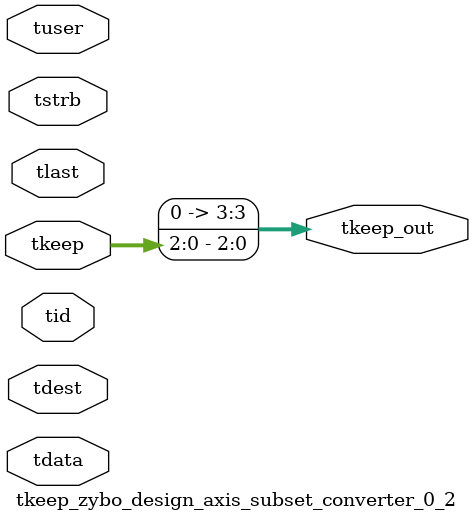
<source format=v>


`timescale 1ps/1ps

module tkeep_zybo_design_axis_subset_converter_0_2 #
(
parameter C_S_AXIS_TDATA_WIDTH = 32,
parameter C_S_AXIS_TUSER_WIDTH = 0,
parameter C_S_AXIS_TID_WIDTH   = 0,
parameter C_S_AXIS_TDEST_WIDTH = 0,
parameter C_M_AXIS_TDATA_WIDTH = 32
)
(
input  [(C_S_AXIS_TDATA_WIDTH == 0 ? 1 : C_S_AXIS_TDATA_WIDTH)-1:0     ] tdata,
input  [(C_S_AXIS_TUSER_WIDTH == 0 ? 1 : C_S_AXIS_TUSER_WIDTH)-1:0     ] tuser,
input  [(C_S_AXIS_TID_WIDTH   == 0 ? 1 : C_S_AXIS_TID_WIDTH)-1:0       ] tid,
input  [(C_S_AXIS_TDEST_WIDTH == 0 ? 1 : C_S_AXIS_TDEST_WIDTH)-1:0     ] tdest,
input  [(C_S_AXIS_TDATA_WIDTH/8)-1:0 ] tkeep,
input  [(C_S_AXIS_TDATA_WIDTH/8)-1:0 ] tstrb,
input                                                                    tlast,
output [(C_M_AXIS_TDATA_WIDTH/8)-1:0 ] tkeep_out
);

assign tkeep_out = {tkeep[2:0]};

endmodule


</source>
